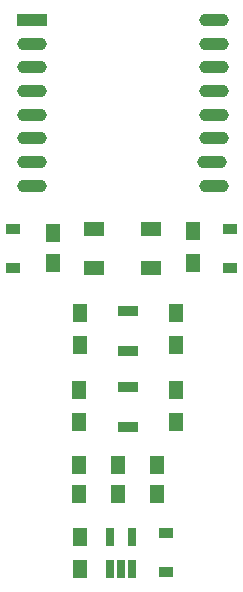
<source format=gbr>
%TF.GenerationSoftware,KiCad,Pcbnew,5.0-dev-unknown-d043ef5~62~ubuntu16.04.1*%
%TF.CreationDate,2018-02-24T21:05:52-07:00*%
%TF.ProjectId,ESP12-Break-02,45535031322D427265616B2D30322E6B,rev?*%
%TF.SameCoordinates,Original*%
%TF.FileFunction,Paste,Top*%
%TF.FilePolarity,Positive*%
%FSLAX46Y46*%
G04 Gerber Fmt 4.6, Leading zero omitted, Abs format (unit mm)*
G04 Created by KiCad (PCBNEW 5.0-dev-unknown-d043ef5~62~ubuntu16.04.1) date Sat Feb 24 21:05:52 2018*
%MOMM*%
%LPD*%
G01*
G04 APERTURE LIST*
%ADD10R,2.500000X1.100000*%
%ADD11O,2.500000X1.100000*%
%ADD12R,1.250000X1.500000*%
%ADD13R,1.300000X1.500000*%
%ADD14R,0.650000X1.560000*%
%ADD15R,1.200000X0.900000*%
%ADD16R,1.800000X1.200000*%
%ADD17R,1.700000X0.900000*%
G04 APERTURE END LIST*
D10*
X133285000Y-57150000D03*
D11*
X133285000Y-59150000D03*
X133285000Y-61150000D03*
X133285000Y-63150000D03*
X133285000Y-65150000D03*
X133285000Y-67150000D03*
X133285000Y-69150000D03*
X133285000Y-71150000D03*
X148685000Y-71150000D03*
X148585000Y-69150000D03*
X148685000Y-67150000D03*
X148685000Y-65150000D03*
X148685000Y-63150000D03*
X148685000Y-61150000D03*
X148685000Y-59150000D03*
X148685000Y-57150000D03*
D12*
X140589000Y-94782000D03*
X140589000Y-97282000D03*
D13*
X145542000Y-81962000D03*
X145542000Y-84662000D03*
X137287000Y-88486000D03*
X137287000Y-91186000D03*
X145542000Y-88439000D03*
X145542000Y-91139000D03*
D14*
X139893000Y-100885000D03*
X141793000Y-100885000D03*
X141793000Y-103585000D03*
X140843000Y-103585000D03*
X139893000Y-103585000D03*
D12*
X137287000Y-94782000D03*
X137287000Y-97282000D03*
X143891000Y-97282000D03*
X143891000Y-94782000D03*
D13*
X137414000Y-100885000D03*
X137414000Y-103585000D03*
D15*
X144653000Y-103885000D03*
X144653000Y-100585000D03*
X150114000Y-78104000D03*
X150114000Y-74804000D03*
X131699000Y-78104000D03*
X131699000Y-74804000D03*
D13*
X146939000Y-74977000D03*
X146939000Y-77677000D03*
X137414000Y-84662000D03*
X137414000Y-81962000D03*
D12*
X135128000Y-77704000D03*
X135128000Y-75204000D03*
D16*
X143408400Y-78105000D03*
X143408400Y-74803000D03*
X138531600Y-74803000D03*
X138531600Y-78105000D03*
D17*
X141478000Y-81739000D03*
X141478000Y-85139000D03*
X141478000Y-88216000D03*
X141478000Y-91616000D03*
M02*

</source>
